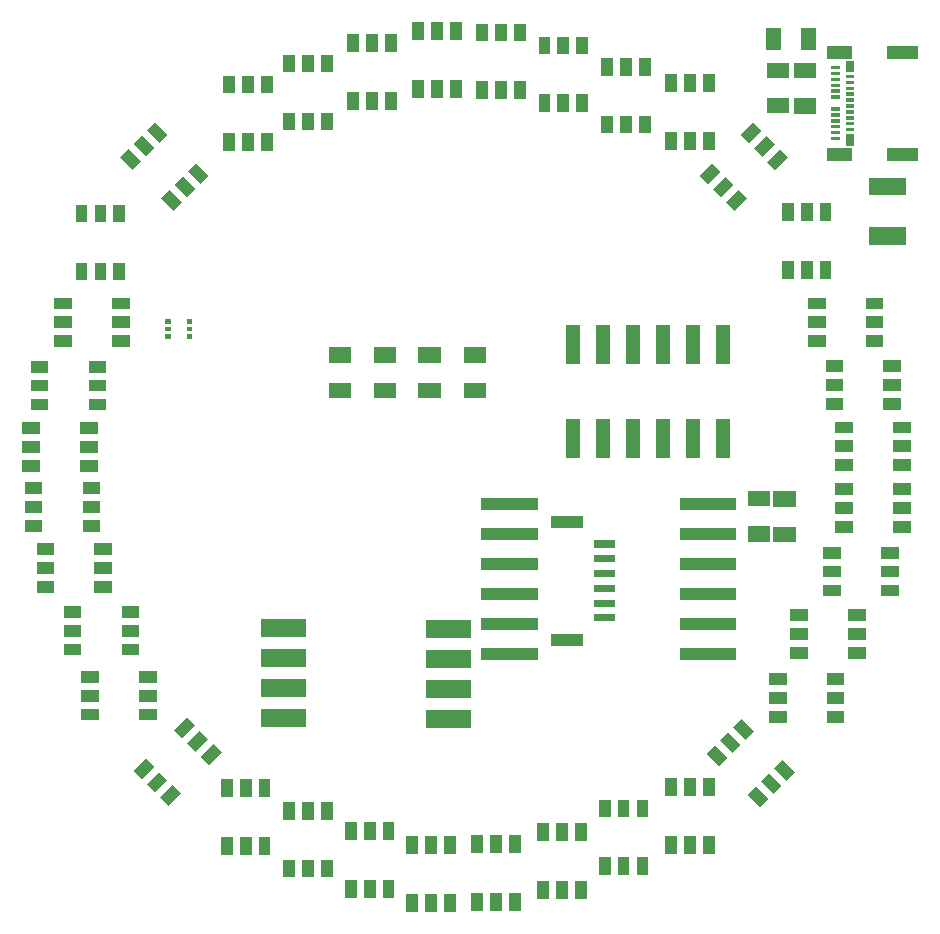
<source format=gbr>
G04 start of page 10 for group -4015 idx -4015 *
G04 Title: (unknown), toppaste *
G04 Creator: pcb 4.2.0 *
G04 CreationDate: Sun Feb  2 22:12:39 2020 UTC *
G04 For: blinken *
G04 Format: Gerber/RS-274X *
G04 PCB-Dimensions (mm): 90.16 90.16 *
G04 PCB-Coordinate-Origin: lower left *
%MOMM*%
%FSLAX43Y43*%
%LNTOPPASTE*%
%ADD83C,0.002*%
G54D83*G36*
X22000Y83260D02*X21000D01*
Y81760D01*
X22000D01*
Y83260D01*
G37*
G36*
X20400D02*X19400D01*
Y81760D01*
X20400D01*
Y83260D01*
G37*
G36*
X23600Y78360D02*X22600D01*
Y76860D01*
X23600D01*
Y78360D01*
G37*
G36*
X22000D02*X21000D01*
Y76860D01*
X22000D01*
Y78360D01*
G37*
G36*
X20400D02*X19400D01*
Y76860D01*
X20400D01*
Y78360D01*
G37*
G36*
X23600Y83260D02*X22600D01*
Y81760D01*
X23600D01*
Y83260D01*
G37*
G36*
X38000Y87760D02*X37000D01*
Y86260D01*
X38000D01*
Y87760D01*
G37*
G36*
X36400D02*X35400D01*
Y86260D01*
X36400D01*
Y87760D01*
G37*
G36*
X39600Y82860D02*X38600D01*
Y81360D01*
X39600D01*
Y82860D01*
G37*
G36*
X38000D02*X37000D01*
Y81360D01*
X38000D01*
Y82860D01*
G37*
G36*
X36400D02*X35400D01*
Y81360D01*
X36400D01*
Y82860D01*
G37*
G36*
X39600Y87760D02*X38600D01*
Y86260D01*
X39600D01*
Y87760D01*
G37*
G36*
X43400Y87660D02*X42400D01*
Y86160D01*
X43400D01*
Y87660D01*
G37*
G36*
X41800D02*X40800D01*
Y86160D01*
X41800D01*
Y87660D01*
G37*
G36*
X45000Y82760D02*X44000D01*
Y81260D01*
X45000D01*
Y82760D01*
G37*
G36*
X43400D02*X42400D01*
Y81260D01*
X43400D01*
Y82760D01*
G37*
G36*
X41800D02*X40800D01*
Y81260D01*
X41800D01*
Y82760D01*
G37*
G36*
X45000Y87660D02*X44000D01*
Y86160D01*
X45000D01*
Y87660D01*
G37*
G36*
X48700Y86560D02*X47700D01*
Y85060D01*
X48700D01*
Y86560D01*
G37*
G36*
X47100D02*X46100D01*
Y85060D01*
X47100D01*
Y86560D01*
G37*
G36*
X50300Y81660D02*X49300D01*
Y80160D01*
X50300D01*
Y81660D01*
G37*
G36*
X48700D02*X47700D01*
Y80160D01*
X48700D01*
Y81660D01*
G37*
G36*
X47100D02*X46100D01*
Y80160D01*
X47100D01*
Y81660D01*
G37*
G36*
X50300Y86560D02*X49300D01*
Y85060D01*
X50300D01*
Y86560D01*
G37*
G36*
X59400Y83360D02*X58400D01*
Y81860D01*
X59400D01*
Y83360D01*
G37*
G36*
X57800D02*X56800D01*
Y81860D01*
X57800D01*
Y83360D01*
G37*
G36*
X61000Y78460D02*X60000D01*
Y76960D01*
X61000D01*
Y78460D01*
G37*
G36*
X59400D02*X58400D01*
Y76960D01*
X59400D01*
Y78460D01*
G37*
G36*
X57800D02*X56800D01*
Y76960D01*
X57800D01*
Y78460D01*
G37*
G36*
X61000Y83360D02*X60000D01*
Y81860D01*
X61000D01*
Y83360D01*
G37*
G36*
X73800Y62860D02*Y61860D01*
X75300D01*
Y62860D01*
X73800D01*
G37*
G36*
Y64460D02*Y63460D01*
X75300D01*
Y64460D01*
X73800D01*
G37*
G36*
X68900Y61260D02*Y60260D01*
X70400D01*
Y61260D01*
X68900D01*
G37*
G36*
Y62860D02*Y61860D01*
X70400D01*
Y62860D01*
X68900D01*
G37*
G36*
Y64460D02*Y63460D01*
X70400D01*
Y64460D01*
X68900D01*
G37*
G36*
X73800Y61260D02*Y60260D01*
X75300D01*
Y61260D01*
X73800D01*
G37*
G36*
X75300Y57560D02*Y56560D01*
X76800D01*
Y57560D01*
X75300D01*
G37*
G36*
Y59160D02*Y58160D01*
X76800D01*
Y59160D01*
X75300D01*
G37*
G36*
X70400Y55960D02*Y54960D01*
X71900D01*
Y55960D01*
X70400D01*
G37*
G36*
Y57560D02*Y56560D01*
X71900D01*
Y57560D01*
X70400D01*
G37*
G36*
Y59160D02*Y58160D01*
X71900D01*
Y59160D01*
X70400D01*
G37*
G36*
X75300Y55960D02*Y54960D01*
X76800D01*
Y55960D01*
X75300D01*
G37*
G36*
X76100Y52360D02*Y51360D01*
X77600D01*
Y52360D01*
X76100D01*
G37*
G36*
Y53960D02*Y52960D01*
X77600D01*
Y53960D01*
X76100D01*
G37*
G36*
X71200Y50760D02*Y49760D01*
X72700D01*
Y50760D01*
X71200D01*
G37*
G36*
Y52360D02*Y51360D01*
X72700D01*
Y52360D01*
X71200D01*
G37*
G36*
Y53960D02*Y52960D01*
X72700D01*
Y53960D01*
X71200D01*
G37*
G36*
X76100Y50760D02*Y49760D01*
X77600D01*
Y50760D01*
X76100D01*
G37*
G36*
Y47160D02*Y46160D01*
X77600D01*
Y47160D01*
X76100D01*
G37*
G36*
Y48760D02*Y47760D01*
X77600D01*
Y48760D01*
X76100D01*
G37*
G36*
X71200Y45560D02*Y44560D01*
X72700D01*
Y45560D01*
X71200D01*
G37*
G36*
Y47160D02*Y46160D01*
X72700D01*
Y47160D01*
X71200D01*
G37*
G36*
Y48760D02*Y47760D01*
X72700D01*
Y48760D01*
X71200D01*
G37*
G36*
X76100Y45560D02*Y44560D01*
X77600D01*
Y45560D01*
X76100D01*
G37*
G36*
X75100Y41760D02*Y40760D01*
X76600D01*
Y41760D01*
X75100D01*
G37*
G36*
Y43360D02*Y42360D01*
X76600D01*
Y43360D01*
X75100D01*
G37*
G36*
X70200Y40160D02*Y39160D01*
X71700D01*
Y40160D01*
X70200D01*
G37*
G36*
Y41760D02*Y40760D01*
X71700D01*
Y41760D01*
X70200D01*
G37*
G36*
Y43360D02*Y42360D01*
X71700D01*
Y43360D01*
X70200D01*
G37*
G36*
X75100Y40160D02*Y39160D01*
X76600D01*
Y40160D01*
X75100D01*
G37*
G36*
X72300Y36460D02*Y35460D01*
X73800D01*
Y36460D01*
X72300D01*
G37*
G36*
Y38060D02*Y37060D01*
X73800D01*
Y38060D01*
X72300D01*
G37*
G36*
X67400Y34860D02*Y33860D01*
X68900D01*
Y34860D01*
X67400D01*
G37*
G36*
Y36460D02*Y35460D01*
X68900D01*
Y36460D01*
X67400D01*
G37*
G36*
Y38060D02*Y37060D01*
X68900D01*
Y38060D01*
X67400D01*
G37*
G36*
X72300Y34860D02*Y33860D01*
X73800D01*
Y34860D01*
X72300D01*
G37*
G36*
X70500Y31060D02*Y30060D01*
X72000D01*
Y31060D01*
X70500D01*
G37*
G36*
Y32660D02*Y31660D01*
X72000D01*
Y32660D01*
X70500D01*
G37*
G36*
X65600Y29460D02*Y28460D01*
X67100D01*
Y29460D01*
X65600D01*
G37*
G36*
Y31060D02*Y30060D01*
X67100D01*
Y31060D01*
X65600D01*
G37*
G36*
Y32660D02*Y31660D01*
X67100D01*
Y32660D01*
X65600D01*
G37*
G36*
X70500Y29460D02*Y28460D01*
X72000D01*
Y29460D01*
X70500D01*
G37*
G36*
X65631Y24206D02*X64924Y23499D01*
X65985Y22438D01*
X66692Y23145D01*
X65631Y24206D01*
G37*
G36*
X66763Y25337D02*X66056Y24630D01*
X67116Y23569D01*
X67823Y24277D01*
X66763Y25337D01*
G37*
G36*
X61035Y26539D02*X60328Y25832D01*
X61389Y24771D01*
X62096Y25478D01*
X61035Y26539D01*
G37*
G36*
X62166Y27671D02*X61459Y26963D01*
X62520Y25903D01*
X63227Y26610D01*
X62166Y27671D01*
G37*
G36*
X63298Y28802D02*X62591Y28095D01*
X63652Y27034D01*
X64359Y27741D01*
X63298Y28802D01*
G37*
G36*
X64500Y23074D02*X63793Y22367D01*
X64854Y21307D01*
X65561Y22014D01*
X64500Y23074D01*
G37*
G36*
X59400Y18860D02*X58400D01*
Y17360D01*
X59400D01*
Y18860D01*
G37*
G36*
X61000D02*X60000D01*
Y17360D01*
X61000D01*
Y18860D01*
G37*
G36*
X57800Y23760D02*X56800D01*
Y22260D01*
X57800D01*
Y23760D01*
G37*
G36*
X59400D02*X58400D01*
Y22260D01*
X59400D01*
Y23760D01*
G37*
G36*
X61000D02*X60000D01*
Y22260D01*
X61000D01*
Y23760D01*
G37*
G36*
X57800Y18860D02*X56800D01*
Y17360D01*
X57800D01*
Y18860D01*
G37*
G36*
X53800Y17060D02*X52800D01*
Y15560D01*
X53800D01*
Y17060D01*
G37*
G36*
X55400D02*X54400D01*
Y15560D01*
X55400D01*
Y17060D01*
G37*
G36*
X52200Y21960D02*X51200D01*
Y20460D01*
X52200D01*
Y21960D01*
G37*
G36*
X53800D02*X52800D01*
Y20460D01*
X53800D01*
Y21960D01*
G37*
G36*
X55400D02*X54400D01*
Y20460D01*
X55400D01*
Y21960D01*
G37*
G36*
X52200Y17060D02*X51200D01*
Y15560D01*
X52200D01*
Y17060D01*
G37*
G36*
X48600Y15060D02*X47600D01*
Y13560D01*
X48600D01*
Y15060D01*
G37*
G36*
X50200D02*X49200D01*
Y13560D01*
X50200D01*
Y15060D01*
G37*
G36*
X47000Y19960D02*X46000D01*
Y18460D01*
X47000D01*
Y19960D01*
G37*
G36*
X48600D02*X47600D01*
Y18460D01*
X48600D01*
Y19960D01*
G37*
G36*
X50200D02*X49200D01*
Y18460D01*
X50200D01*
Y19960D01*
G37*
G36*
X47000Y15060D02*X46000D01*
Y13560D01*
X47000D01*
Y15060D01*
G37*
G36*
X43000Y14060D02*X42000D01*
Y12560D01*
X43000D01*
Y14060D01*
G37*
G36*
X44600D02*X43600D01*
Y12560D01*
X44600D01*
Y14060D01*
G37*
G36*
X41400Y18960D02*X40400D01*
Y17460D01*
X41400D01*
Y18960D01*
G37*
G36*
X43000D02*X42000D01*
Y17460D01*
X43000D01*
Y18960D01*
G37*
G36*
X44600D02*X43600D01*
Y17460D01*
X44600D01*
Y18960D01*
G37*
G36*
X41400Y14060D02*X40400D01*
Y12560D01*
X41400D01*
Y14060D01*
G37*
G36*
X32300Y15160D02*X31300D01*
Y13660D01*
X32300D01*
Y15160D01*
G37*
G36*
X33900D02*X32900D01*
Y13660D01*
X33900D01*
Y15160D01*
G37*
G36*
X30700Y20060D02*X29700D01*
Y18560D01*
X30700D01*
Y20060D01*
G37*
G36*
X32300D02*X31300D01*
Y18560D01*
X32300D01*
Y20060D01*
G37*
G36*
X33900D02*X32900D01*
Y18560D01*
X33900D01*
Y20060D01*
G37*
G36*
X30700Y15160D02*X29700D01*
Y13660D01*
X30700D01*
Y15160D01*
G37*
G36*
X27100Y16860D02*X26100D01*
Y15360D01*
X27100D01*
Y16860D01*
G37*
G36*
X28700D02*X27700D01*
Y15360D01*
X28700D01*
Y16860D01*
G37*
G36*
X25500Y21760D02*X24500D01*
Y20260D01*
X25500D01*
Y21760D01*
G37*
G36*
X27100D02*X26100D01*
Y20260D01*
X27100D01*
Y21760D01*
G37*
G36*
X28700D02*X27700D01*
Y20260D01*
X28700D01*
Y21760D01*
G37*
G36*
X25500Y16860D02*X24500D01*
Y15360D01*
X25500D01*
Y16860D01*
G37*
G36*
X21800Y18760D02*X20800D01*
Y17260D01*
X21800D01*
Y18760D01*
G37*
G36*
X23400D02*X22400D01*
Y17260D01*
X23400D01*
Y18760D01*
G37*
G36*
X20200Y23660D02*X19200D01*
Y22160D01*
X20200D01*
Y23660D01*
G37*
G36*
X21800D02*X20800D01*
Y22160D01*
X21800D01*
Y23660D01*
G37*
G36*
X23400D02*X22400D01*
Y22160D01*
X23400D01*
Y23660D01*
G37*
G36*
X20200Y18760D02*X19200D01*
Y17260D01*
X20200D01*
Y18760D01*
G37*
G36*
X14680Y23618D02*X13973Y24325D01*
X12912Y23264D01*
X13619Y22557D01*
X14680Y23618D01*
G37*
G36*
X15811Y22486D02*X15104Y23193D01*
X14043Y22133D01*
X14750Y21426D01*
X15811Y22486D01*
G37*
G36*
X17013Y28214D02*X16306Y28921D01*
X15245Y27860D01*
X15952Y27153D01*
X17013Y28214D01*
G37*
G36*
X18144Y27082D02*X17437Y27790D01*
X16377Y26729D01*
X17084Y26022D01*
X18144Y27082D01*
G37*
G36*
X19276Y25951D02*X18569Y26658D01*
X17508Y25597D01*
X18215Y24890D01*
X19276Y25951D01*
G37*
G36*
X13548Y24749D02*X12841Y25456D01*
X11781Y24395D01*
X12488Y23688D01*
X13548Y24749D01*
G37*
G36*
X7400Y31260D02*X7400Y30260D01*
X8900Y30260D01*
X8900Y31260D01*
X7400Y31260D01*
G37*
G36*
X7400Y29660D02*Y28660D01*
X8900D01*
Y29660D01*
X7400D01*
G37*
G36*
X12300Y32860D02*X12300Y31860D01*
X13800Y31860D01*
X13800Y32860D01*
X12300Y32860D01*
G37*
G36*
X12300Y31260D02*Y30260D01*
X13800D01*
Y31260D01*
X12300D01*
G37*
G36*
Y29660D02*Y28660D01*
X13800D01*
Y29660D01*
X12300D01*
G37*
G36*
X7400Y32860D02*Y31860D01*
X8900D01*
Y32860D01*
X7400D01*
G37*
G36*
X5900Y36760D02*X5900Y35760D01*
X7400Y35760D01*
X7400Y36760D01*
X5900Y36760D01*
G37*
G36*
X5900Y35160D02*Y34160D01*
X7400D01*
Y35160D01*
X5900D01*
G37*
G36*
X10800Y38360D02*X10800Y37360D01*
X12300Y37360D01*
X12300Y38360D01*
X10800Y38360D01*
G37*
G36*
X10800Y36760D02*Y35760D01*
X12300D01*
Y36760D01*
X10800D01*
G37*
G36*
Y35160D02*Y34160D01*
X12300D01*
Y35160D01*
X10800D01*
G37*
G36*
X5900Y38360D02*Y37360D01*
X7400D01*
Y38360D01*
X5900D01*
G37*
G36*
X3600Y42060D02*X3600Y41060D01*
X5100Y41060D01*
X5100Y42060D01*
X3600Y42060D01*
G37*
G36*
X3600Y40460D02*Y39460D01*
X5100D01*
Y40460D01*
X3600D01*
G37*
G36*
X8500Y43660D02*X8500Y42660D01*
X10000Y42660D01*
X10000Y43660D01*
X8500Y43660D01*
G37*
G36*
X8500Y42060D02*Y41060D01*
X10000D01*
Y42060D01*
X8500D01*
G37*
G36*
Y40460D02*Y39460D01*
X10000D01*
Y40460D01*
X8500D01*
G37*
G36*
X3600Y43660D02*Y42660D01*
X5100D01*
Y43660D01*
X3600D01*
G37*
G36*
X2600Y47210D02*X2600Y46210D01*
X4100Y46210D01*
X4100Y47210D01*
X2600Y47210D01*
G37*
G36*
X2600Y45610D02*Y44610D01*
X4100D01*
Y45610D01*
X2600D01*
G37*
G36*
X7500Y48810D02*X7500Y47810D01*
X9000Y47810D01*
X9000Y48810D01*
X7500Y48810D01*
G37*
G36*
X7500Y47210D02*Y46210D01*
X9000D01*
Y47210D01*
X7500D01*
G37*
G36*
Y45610D02*Y44610D01*
X9000D01*
Y45610D01*
X7500D01*
G37*
G36*
X2600Y48810D02*Y47810D01*
X4100D01*
Y48810D01*
X2600D01*
G37*
G36*
X2400Y52310D02*X2400Y51310D01*
X3900Y51310D01*
X3900Y52310D01*
X2400Y52310D01*
G37*
G36*
X2400Y50710D02*Y49710D01*
X3900D01*
Y50710D01*
X2400D01*
G37*
G36*
X7300Y53910D02*X7300Y52910D01*
X8800Y52910D01*
X8800Y53910D01*
X7300Y53910D01*
G37*
G36*
X7300Y52310D02*Y51310D01*
X8800D01*
Y52310D01*
X7300D01*
G37*
G36*
Y50710D02*Y49710D01*
X8800D01*
Y50710D01*
X7300D01*
G37*
G36*
X2400Y53910D02*Y52910D01*
X3900D01*
Y53910D01*
X2400D01*
G37*
G36*
X3100Y57510D02*X3100Y56510D01*
X4600Y56510D01*
X4600Y57510D01*
X3100Y57510D01*
G37*
G36*
X3100Y55910D02*Y54910D01*
X4600D01*
Y55910D01*
X3100D01*
G37*
G36*
X8000Y59110D02*X8000Y58110D01*
X9500Y58110D01*
X9500Y59110D01*
X8000Y59110D01*
G37*
G36*
X8000Y57510D02*Y56510D01*
X9500D01*
Y57510D01*
X8000D01*
G37*
G36*
Y55910D02*Y54910D01*
X9500D01*
Y55910D01*
X8000D01*
G37*
G36*
X3100Y59110D02*Y58110D01*
X4600D01*
Y59110D01*
X3100D01*
G37*
G36*
X5100Y62860D02*X5100Y61860D01*
X6600Y61860D01*
X6600Y62860D01*
X5100Y62860D01*
G37*
G36*
X5100Y61260D02*Y60260D01*
X6600D01*
Y61260D01*
X5100D01*
G37*
G36*
X10000Y64460D02*X10000Y63460D01*
X11500Y63460D01*
X11500Y64460D01*
X10000Y64460D01*
G37*
G36*
X10000Y62860D02*Y61860D01*
X11500D01*
Y62860D01*
X10000D01*
G37*
G36*
Y61260D02*Y60260D01*
X11500D01*
Y61260D01*
X10000D01*
G37*
G36*
X5100Y64460D02*Y63460D01*
X6600D01*
Y64460D01*
X5100D01*
G37*
G36*
X36592Y37127D02*Y35627D01*
X40392D01*
Y37127D01*
X36592D01*
G37*
G36*
Y34587D02*Y33087D01*
X40392D01*
Y34587D01*
X36592D01*
G37*
G36*
Y32047D02*Y30547D01*
X40392D01*
Y32047D01*
X36592D01*
G37*
G36*
Y29507D02*Y28007D01*
X40392D01*
Y29507D01*
X36592D01*
G37*
G36*
X22636Y37254D02*Y35754D01*
X26436D01*
Y37254D01*
X22636D01*
G37*
G36*
Y34714D02*Y33214D01*
X26436D01*
Y34714D01*
X22636D01*
G37*
G36*
Y32174D02*Y30674D01*
X26436D01*
Y32174D01*
X22636D01*
G37*
G36*
Y29634D02*Y28134D01*
X26436D01*
Y29634D01*
X22636D01*
G37*
G36*
X41227Y34779D02*Y33779D01*
X46037D01*
Y34779D01*
X41227D01*
G37*
G36*
Y37319D02*Y36319D01*
X46037D01*
Y37319D01*
X41227D01*
G37*
G36*
Y39859D02*Y38859D01*
X46037D01*
Y39859D01*
X41227D01*
G37*
G36*
Y42399D02*Y41399D01*
X46037D01*
Y42399D01*
X41227D01*
G37*
G36*
Y44939D02*Y43939D01*
X46037D01*
Y44939D01*
X41227D01*
G37*
G36*
Y47479D02*Y46479D01*
X46037D01*
Y47479D01*
X41227D01*
G37*
G36*
X58037Y34779D02*Y33779D01*
X62847D01*
Y34779D01*
X58037D01*
G37*
G36*
Y37319D02*Y36319D01*
X62847D01*
Y37319D01*
X58037D01*
G37*
G36*
Y39859D02*Y38859D01*
X62847D01*
Y39859D01*
X58037D01*
G37*
G36*
Y42399D02*Y41399D01*
X62847D01*
Y42399D01*
X58037D01*
G37*
G36*
Y44939D02*Y43939D01*
X62847D01*
Y44939D01*
X58037D01*
G37*
G36*
Y47479D02*Y46479D01*
X62847D01*
Y47479D01*
X58037D01*
G37*
G36*
X74048Y74611D02*Y73111D01*
X77248D01*
Y74611D01*
X74048D01*
G37*
G36*
Y70411D02*Y68911D01*
X77248D01*
Y70411D01*
X74048D01*
G37*
G36*
X75610Y77160D02*Y76060D01*
X78210D01*
Y77160D01*
X75610D01*
G37*
G36*
Y85800D02*Y84700D01*
X78210D01*
Y85800D01*
X75610D01*
G37*
G36*
X70500Y77160D02*Y76060D01*
X72600D01*
Y77160D01*
X70500D01*
G37*
G36*
Y85800D02*Y84700D01*
X72600D01*
Y85800D01*
X70500D01*
G37*
G36*
X70840Y78080D02*Y77780D01*
X71600D01*
Y78080D01*
X70840D01*
G37*
G36*
Y78580D02*Y78280D01*
X71600D01*
Y78580D01*
X70840D01*
G37*
G36*
Y79080D02*Y78780D01*
X71600D01*
Y79080D01*
X70840D01*
G37*
G36*
Y79580D02*Y79280D01*
X71600D01*
Y79580D01*
X70840D01*
G37*
G36*
Y80080D02*Y79780D01*
X71600D01*
Y80080D01*
X70840D01*
G37*
G36*
Y80580D02*Y80280D01*
X71600D01*
Y80580D01*
X70840D01*
G37*
G36*
Y81580D02*Y81280D01*
X71600D01*
Y81580D01*
X70840D01*
G37*
G36*
Y82080D02*Y81780D01*
X71600D01*
Y82080D01*
X70840D01*
G37*
G36*
Y82580D02*Y82280D01*
X71600D01*
Y82580D01*
X70840D01*
G37*
G36*
Y83080D02*Y82780D01*
X71600D01*
Y83080D01*
X70840D01*
G37*
G36*
Y83580D02*Y83280D01*
X71600D01*
Y83580D01*
X70840D01*
G37*
G36*
Y84080D02*Y83780D01*
X71600D01*
Y84080D01*
X70840D01*
G37*
G36*
X72840Y78330D02*X72140D01*
Y77330D01*
X72840D01*
Y78330D01*
G37*
G36*
X72140Y78830D02*Y78530D01*
X72840D01*
Y78830D01*
X72140D01*
G37*
G36*
Y79330D02*Y79030D01*
X72840D01*
Y79330D01*
X72140D01*
G37*
G36*
Y79830D02*Y79530D01*
X72840D01*
Y79830D01*
X72140D01*
G37*
G36*
Y80330D02*Y80030D01*
X72840D01*
Y80330D01*
X72140D01*
G37*
G36*
Y80830D02*Y80530D01*
X72840D01*
Y80830D01*
X72140D01*
G37*
G36*
Y81330D02*Y81030D01*
X72840D01*
Y81330D01*
X72140D01*
G37*
G36*
Y81830D02*Y81530D01*
X72840D01*
Y81830D01*
X72140D01*
G37*
G36*
Y82330D02*Y82030D01*
X72840D01*
Y82330D01*
X72140D01*
G37*
G36*
Y82830D02*Y82530D01*
X72840D01*
Y82830D01*
X72140D01*
G37*
G36*
Y83330D02*Y83030D01*
X72840D01*
Y83330D01*
X72140D01*
G37*
G36*
X72840Y84530D02*X72140D01*
Y83530D01*
X72840D01*
Y84530D01*
G37*
G36*
X65447Y84345D02*Y83045D01*
X67347D01*
Y84345D01*
X65447D01*
G37*
G36*
Y81346D02*Y80046D01*
X67347D01*
Y81346D01*
X65447D01*
G37*
G36*
X67720Y84340D02*Y83040D01*
X69620D01*
Y84340D01*
X67720D01*
G37*
G36*
Y81340D02*Y80040D01*
X69620D01*
Y81340D01*
X67720D01*
G37*
G36*
X66620Y87300D02*X65320D01*
Y85400D01*
X66620D01*
Y87300D01*
G37*
G36*
X69620D02*X68320D01*
Y85400D01*
X69620D01*
Y87300D01*
G37*
G36*
X27090Y85020D02*X26090D01*
Y83520D01*
X27090D01*
Y85020D01*
G37*
G36*
X25490D02*X24490D01*
Y83520D01*
X25490D01*
Y85020D01*
G37*
G36*
X28690Y80120D02*X27690D01*
Y78620D01*
X28690D01*
Y80120D01*
G37*
G36*
X27090D02*X26090D01*
Y78620D01*
X27090D01*
Y80120D01*
G37*
G36*
X25490D02*X24490D01*
Y78620D01*
X25490D01*
Y80120D01*
G37*
G36*
X28690Y85020D02*X27690D01*
Y83520D01*
X28690D01*
Y85020D01*
G37*
G36*
X32500Y86760D02*X31500D01*
Y85260D01*
X32500D01*
Y86760D01*
G37*
G36*
X30900D02*X29900D01*
Y85260D01*
X30900D01*
Y86760D01*
G37*
G36*
X34100Y81860D02*X33100D01*
Y80360D01*
X34100D01*
Y81860D01*
G37*
G36*
X32500D02*X31500D01*
Y80360D01*
X32500D01*
Y81860D01*
G37*
G36*
X30900D02*X29900D01*
Y80360D01*
X30900D01*
Y81860D01*
G37*
G36*
X34100Y86760D02*X33100D01*
Y85260D01*
X34100D01*
Y86760D01*
G37*
G36*
X35920Y57244D02*Y55944D01*
X37820D01*
Y57244D01*
X35920D01*
G37*
G36*
Y60243D02*Y58943D01*
X37820D01*
Y60243D01*
X35920D01*
G37*
G36*
X32135Y57237D02*Y55937D01*
X34035D01*
Y57237D01*
X32135D01*
G37*
G36*
Y60237D02*Y58937D01*
X34035D01*
Y60237D01*
X32135D01*
G37*
G36*
X39784Y60234D02*Y58934D01*
X41684D01*
Y60234D01*
X39784D01*
G37*
G36*
Y57234D02*Y55934D01*
X41684D01*
Y57234D01*
X39784D01*
G37*
G36*
X28339Y57241D02*Y55941D01*
X30239D01*
Y57241D01*
X28339D01*
G37*
G36*
Y60241D02*Y58941D01*
X30239D01*
Y60241D01*
X28339D01*
G37*
G36*
X49581Y62117D02*X48431D01*
Y58817D01*
X49581D01*
Y62117D01*
G37*
G36*
X52121D02*X50971D01*
Y58817D01*
X52121D01*
Y62117D01*
G37*
G36*
X54661D02*X53511D01*
Y58817D01*
X54661D01*
Y62117D01*
G37*
G36*
X57201D02*X56051D01*
Y58817D01*
X57201D01*
Y62117D01*
G37*
G36*
X59741D02*X58591D01*
Y58817D01*
X59741D01*
Y62117D01*
G37*
G36*
X62281D02*X61131D01*
Y58817D01*
X62281D01*
Y62117D01*
G37*
G36*
X49581Y54217D02*X48431D01*
Y50917D01*
X49581D01*
Y54217D01*
G37*
G36*
X52121D02*X50971D01*
Y50917D01*
X52121D01*
Y54217D01*
G37*
G36*
X54661D02*X53511D01*
Y50917D01*
X54661D01*
Y54217D01*
G37*
G36*
X57201D02*X56051D01*
Y50917D01*
X57201D01*
Y54217D01*
G37*
G36*
X59741D02*X58591D01*
Y50917D01*
X59741D01*
Y54217D01*
G37*
G36*
X62281D02*X61131D01*
Y50917D01*
X62281D01*
Y54217D01*
G37*
G36*
X16301Y61345D02*Y60945D01*
X16801D01*
Y61345D01*
X16301D01*
G37*
G36*
Y61995D02*Y61595D01*
X16801D01*
Y61995D01*
X16301D01*
G37*
G36*
Y62645D02*Y62245D01*
X16801D01*
Y62645D01*
X16301D01*
G37*
G36*
X14451D02*Y62245D01*
X14951D01*
Y62645D01*
X14451D01*
G37*
G36*
Y61995D02*Y61595D01*
X14951D01*
Y61995D01*
X14451D01*
G37*
G36*
Y61345D02*Y60945D01*
X14951D01*
Y61345D01*
X14451D01*
G37*
G36*
X47133Y45943D02*Y44943D01*
X49833D01*
Y45943D01*
X47133D01*
G37*
G36*
X50833Y43893D02*Y43293D01*
X52533D01*
Y43893D01*
X50833D01*
G37*
G36*
Y42643D02*Y42043D01*
X52533D01*
Y42643D01*
X50833D01*
G37*
G36*
Y41393D02*Y40793D01*
X52533D01*
Y41393D01*
X50833D01*
G37*
G36*
Y40143D02*Y39543D01*
X52533D01*
Y40143D01*
X50833D01*
G37*
G36*
Y38893D02*Y38293D01*
X52533D01*
Y38893D01*
X50833D01*
G37*
G36*
Y37643D02*Y37043D01*
X52533D01*
Y37643D01*
X50833D01*
G37*
G36*
X47133Y35993D02*Y34993D01*
X49833D01*
Y35993D01*
X47133D01*
G37*
G36*
X54000Y84760D02*X53000D01*
Y83260D01*
X54000D01*
Y84760D01*
G37*
G36*
X52400D02*X51400D01*
Y83260D01*
X52400D01*
Y84760D01*
G37*
G36*
X55600Y79860D02*X54600D01*
Y78360D01*
X55600D01*
Y79860D01*
G37*
G36*
X54000D02*X53000D01*
Y78360D01*
X54000D01*
Y79860D01*
G37*
G36*
X52400D02*X51400D01*
Y78360D01*
X52400D01*
Y79860D01*
G37*
G36*
X55600Y84760D02*X54600D01*
Y83260D01*
X55600D01*
Y84760D01*
G37*
G36*
X63821Y48082D02*Y46782D01*
X65721D01*
Y48082D01*
X63821D01*
G37*
G36*
Y45082D02*Y43782D01*
X65721D01*
Y45082D01*
X63821D01*
G37*
G36*
X65990Y48070D02*Y46770D01*
X67890D01*
Y48070D01*
X65990D01*
G37*
G36*
Y45070D02*Y43770D01*
X67890D01*
Y45070D01*
X65990D01*
G37*
G36*
X37500Y13960D02*X36500D01*
Y12460D01*
X37500D01*
Y13960D01*
G37*
G36*
X39100D02*X38100D01*
Y12460D01*
X39100D01*
Y13960D01*
G37*
G36*
X35900Y18860D02*X34900D01*
Y17360D01*
X35900D01*
Y18860D01*
G37*
G36*
X37500D02*X36500D01*
Y17360D01*
X37500D01*
Y18860D01*
G37*
G36*
X39100D02*X38100D01*
Y17360D01*
X39100D01*
Y18860D01*
G37*
G36*
X35900Y13960D02*X34900D01*
Y12460D01*
X35900D01*
Y13960D01*
G37*
G36*
X9510Y72320D02*X8510Y72320D01*
X8510Y70820D01*
X9510Y70820D01*
X9510Y72320D01*
G37*
G36*
X7910Y72320D02*X6910D01*
Y70820D01*
X7910D01*
Y72320D01*
G37*
G36*
X11110Y67420D02*X10110Y67420D01*
X10110Y65920D01*
X11110Y65920D01*
X11110Y67420D01*
G37*
G36*
X9510Y67420D02*X8510D01*
Y65920D01*
X9510D01*
Y67420D01*
G37*
G36*
X7910D02*X6910D01*
Y65920D01*
X7910D01*
Y67420D01*
G37*
G36*
X11110Y72320D02*X10110D01*
Y70820D01*
X11110D01*
Y72320D01*
G37*
G36*
X12496Y78184D02*X11788Y77477D01*
X12849Y76416D01*
X13556Y77124D01*
X12496Y78184D01*
G37*
G36*
X11364Y77053D02*X10657Y76346D01*
X11718Y75285D01*
X12425Y75992D01*
X11364Y77053D01*
G37*
G36*
X17092Y75851D02*X16385Y75144D01*
X17445Y74083D01*
X18152Y74790D01*
X17092Y75851D01*
G37*
G36*
X15960Y74720D02*X15253Y74012D01*
X16314Y72952D01*
X17021Y73659D01*
X15960Y74720D01*
G37*
G36*
X14829Y73588D02*X14122Y72881D01*
X15183Y71820D01*
X15890Y72527D01*
X14829Y73588D01*
G37*
G36*
X13627Y79316D02*X12920Y78608D01*
X13980Y77548D01*
X14688Y78255D01*
X13627Y79316D01*
G37*
G36*
X69300Y72430D02*X68300D01*
Y70930D01*
X69300D01*
Y72430D01*
G37*
G36*
X67700D02*X66700D01*
Y70930D01*
X67700D01*
Y72430D01*
G37*
G36*
X70900Y67530D02*X69900D01*
Y66030D01*
X70900D01*
Y67530D01*
G37*
G36*
X69300D02*X68300D01*
Y66030D01*
X69300D01*
Y67530D01*
G37*
G36*
X67700D02*X66700D01*
Y66030D01*
X67700D01*
Y67530D01*
G37*
G36*
X70900Y72430D02*X69900D01*
Y70930D01*
X70900D01*
Y72430D01*
G37*
G36*
X66082Y77465D02*X65375Y78172D01*
X64314Y77112D01*
X65021Y76404D01*
X66082Y77465D01*
G37*
G36*
X64951Y78597D02*X64244Y79304D01*
X63183Y78243D01*
X63890Y77536D01*
X64951Y78597D01*
G37*
G36*
X63749Y72869D02*X63042Y73576D01*
X61981Y72515D01*
X62688Y71808D01*
X63749Y72869D01*
G37*
G36*
X62617Y74000D02*X61910Y74707D01*
X60850Y73647D01*
X61557Y72939D01*
X62617Y74000D01*
G37*
G36*
X61486Y75132D02*X60779Y75839D01*
X59718Y74778D01*
X60425Y74071D01*
X61486Y75132D01*
G37*
G36*
X67214Y76334D02*X66506Y77041D01*
X65446Y75980D01*
X66153Y75273D01*
X67214Y76334D01*
G37*
M02*

</source>
